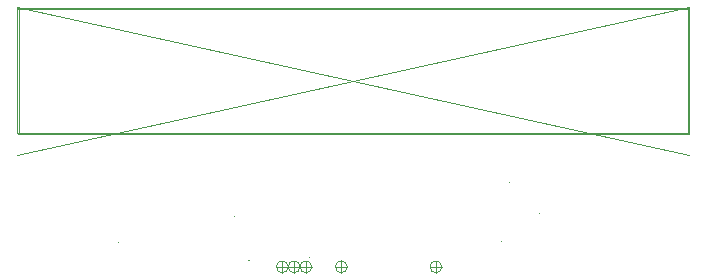
<source format=gbr>
%TF.GenerationSoftware,KiCad,Pcbnew,9.0.6-9.0.6~ubuntu22.04.1*%
%TF.CreationDate,2026-01-23T17:04:03+00:00*%
%TF.ProjectId,vm_jacdaptor,766d5f6a-6163-4646-9170-746f722e6b69,0.4*%
%TF.SameCoordinates,PX58b1140PY3fe56c0*%
%TF.FileFunction,AssemblyDrawing,Top*%
%FSLAX45Y45*%
G04 Gerber Fmt 4.5, Leading zero omitted, Abs format (unit mm)*
G04 Created by KiCad (PCBNEW 9.0.6-9.0.6~ubuntu22.04.1) date 2026-01-23 17:04:03*
%MOMM*%
%LPD*%
G01*
G04 APERTURE LIST*
%ADD10C,0.100000*%
%ADD11C,0.075000*%
%ADD12C,0.060000*%
G04 APERTURE END LIST*
D10*
%TO.C,GS3*%
X-450000Y-1100000D02*
X-350000Y-1100000D01*
X-400000Y-1050000D02*
X-400000Y-1150000D01*
X-350000Y-1100000D02*
G75*
G02*
X-450000Y-1100000I-50000J0D01*
G01*
X-450000Y-1100000D02*
G75*
G02*
X-350000Y-1100000I50000J0D01*
G01*
%TO.C,GS1*%
X-150000Y-1100000D02*
X-50000Y-1100000D01*
X-100000Y-1050000D02*
X-100000Y-1150000D01*
X-50000Y-1100000D02*
G75*
G02*
X-150000Y-1100000I-50000J0D01*
G01*
X-150000Y-1100000D02*
G75*
G02*
X-50000Y-1100000I50000J0D01*
G01*
%TO.C,U2*%
D11*
X1581250Y-647500D02*
G75*
G02*
X1573750Y-647500I-3750J0D01*
G01*
X1573750Y-647500D02*
G75*
G02*
X1581250Y-647500I3750J0D01*
G01*
%TO.C,U3*%
X-998750Y-677500D02*
G75*
G02*
X-1006250Y-677500I-3750J0D01*
G01*
X-1006250Y-677500D02*
G75*
G02*
X-998750Y-677500I3750J0D01*
G01*
%TO.C,U1*%
X-1983750Y-892500D02*
G75*
G02*
X-1991250Y-892500I-3750J0D01*
G01*
X-1991250Y-892500D02*
G75*
G02*
X-1983750Y-892500I3750J0D01*
G01*
D10*
%TO.C,GS14*%
X-550000Y-1100000D02*
X-450000Y-1100000D01*
X-500000Y-1050000D02*
X-500000Y-1150000D01*
X-450000Y-1100000D02*
G75*
G02*
X-550000Y-1100000I-50000J0D01*
G01*
X-550000Y-1100000D02*
G75*
G02*
X-450000Y-1100000I50000J0D01*
G01*
%TO.C,SW1*%
D11*
X-368750Y-1017000D02*
G75*
G02*
X-376250Y-1017000I-3750J0D01*
G01*
X-376250Y-1017000D02*
G75*
G02*
X-368750Y-1017000I3750J0D01*
G01*
D10*
%TO.C,GS2*%
X650000Y-1100000D02*
X750000Y-1100000D01*
X700000Y-1050000D02*
X700000Y-1150000D01*
X750000Y-1100000D02*
G75*
G02*
X650000Y-1100000I-50000J0D01*
G01*
X650000Y-1100000D02*
G75*
G02*
X750000Y-1100000I50000J0D01*
G01*
X-2837500Y1082500D02*
X2840000Y1082500D01*
X2840000Y1092500D02*
G75*
G02*
X2840000Y1082500I0J-5000D01*
G01*
X2840000Y1092500D02*
X-2837500Y1092500D01*
X-2837500Y1092500D02*
G75*
G03*
X-2837500Y1082500I0J-5000D01*
G01*
X2835000Y1087500D02*
X2835000Y30000D01*
X2845000Y30000D02*
G75*
G02*
X2835000Y30000I-5000J0D01*
G01*
X2845000Y30000D02*
X2845000Y1087500D01*
X2845000Y1087500D02*
G75*
G03*
X2835000Y1087500I-5000J0D01*
G01*
X2840000Y35000D02*
X-2837500Y35000D01*
X-2837500Y25000D02*
G75*
G02*
X-2837500Y35000I0J5000D01*
G01*
X-2837500Y25000D02*
X2840000Y25000D01*
X2840000Y25000D02*
G75*
G03*
X2840000Y35000I0J5000D01*
G01*
X-2832500Y30000D02*
X-2832500Y1087500D01*
X-2842500Y1087500D02*
G75*
G02*
X-2832500Y1087500I5000J0D01*
G01*
X-2842500Y1087500D02*
X-2842500Y30000D01*
X-2842500Y30000D02*
G75*
G03*
X-2832500Y30000I5000J0D01*
G01*
D12*
%TO.C,J1*%
D10*
X-2725000Y-131000D02*
G75*
G02*
X-2735000Y-131000I-5000J0D01*
G01*
X-2735000Y-131000D02*
G75*
G02*
X-2725000Y-131000I5000J0D01*
G01*
X-2729000Y-131000D02*
G75*
G02*
X-2731000Y-131000I-1000J0D01*
G01*
X-2731000Y-131000D02*
G75*
G02*
X-2729000Y-131000I1000J0D01*
G01*
%TO.C,GS13*%
X-650000Y-1100000D02*
X-550000Y-1100000D01*
X-600000Y-1050000D02*
X-600000Y-1150000D01*
X-550000Y-1100000D02*
G75*
G02*
X-650000Y-1100000I-50000J0D01*
G01*
X-650000Y-1100000D02*
G75*
G02*
X-550000Y-1100000I50000J0D01*
G01*
%TO.C,D3*%
D11*
X1331250Y-390000D02*
G75*
G02*
X1323750Y-390000I-3750J0D01*
G01*
X1323750Y-390000D02*
G75*
G02*
X1331250Y-390000I3750J0D01*
G01*
%TO.C,D2*%
X-874652Y-1046174D02*
G75*
G02*
X-882152Y-1046174I-3750J0D01*
G01*
X-882152Y-1046174D02*
G75*
G02*
X-874652Y-1046174I3750J0D01*
G01*
%TO.C,D1*%
X1258750Y-887500D02*
G75*
G02*
X1251250Y-887500I-3750J0D01*
G01*
X1251250Y-887500D02*
G75*
G02*
X1258750Y-887500I3750J0D01*
G01*
%TD*%
D10*
X-2842500Y1100000D02*
X2845000Y-151000D01*
X-2842500Y-151000D02*
X2845000Y1100000D01*
M02*

</source>
